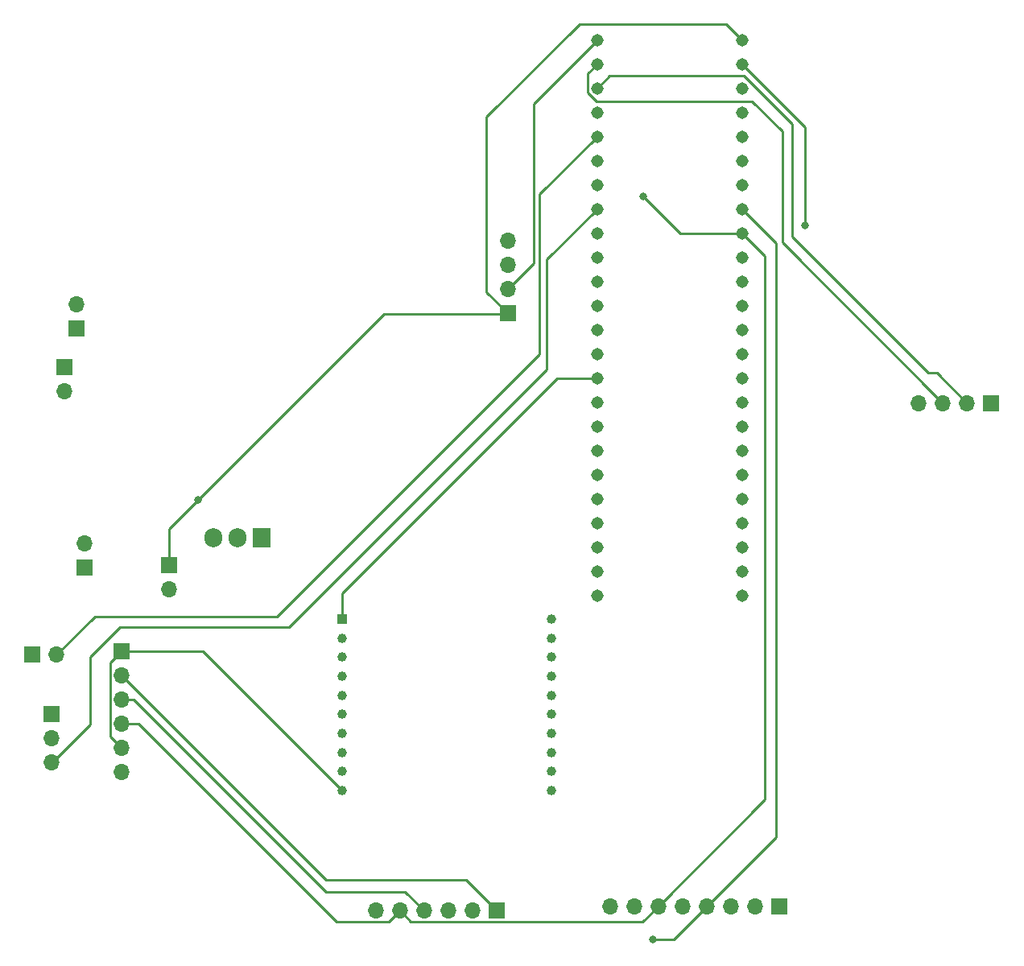
<source format=gbr>
%TF.GenerationSoftware,KiCad,Pcbnew,7.0.10*%
%TF.CreationDate,2024-03-10T23:32:19-04:00*%
%TF.ProjectId,MainPCB,4d61696e-5043-4422-9e6b-696361645f70,rev?*%
%TF.SameCoordinates,Original*%
%TF.FileFunction,Copper,L2,Bot*%
%TF.FilePolarity,Positive*%
%FSLAX46Y46*%
G04 Gerber Fmt 4.6, Leading zero omitted, Abs format (unit mm)*
G04 Created by KiCad (PCBNEW 7.0.10) date 2024-03-10 23:32:19*
%MOMM*%
%LPD*%
G01*
G04 APERTURE LIST*
%TA.AperFunction,ComponentPad*%
%ADD10R,1.700000X1.700000*%
%TD*%
%TA.AperFunction,ComponentPad*%
%ADD11O,1.700000X1.700000*%
%TD*%
%TA.AperFunction,ComponentPad*%
%ADD12C,1.308000*%
%TD*%
%TA.AperFunction,ComponentPad*%
%ADD13R,1.905000X2.000000*%
%TD*%
%TA.AperFunction,ComponentPad*%
%ADD14O,1.905000X2.000000*%
%TD*%
%TA.AperFunction,ComponentPad*%
%ADD15C,1.008000*%
%TD*%
%TA.AperFunction,ComponentPad*%
%ADD16R,1.008000X1.008000*%
%TD*%
%TA.AperFunction,ViaPad*%
%ADD17C,0.800000*%
%TD*%
%TA.AperFunction,Conductor*%
%ADD18C,0.250000*%
%TD*%
G04 APERTURE END LIST*
D10*
%TO.P,Buzzer1,1,Pin_1*%
%TO.N,Net-(Buzzer1-Pin_1)*%
X44960000Y-109750000D03*
D11*
%TO.P,Buzzer1,2,Pin_2*%
%TO.N,Net-(Buzzer1-Pin_2)*%
X47500000Y-109750000D03*
%TD*%
%TO.P,ASPD-4525,6,3V3*%
%TO.N,unconnected-(ASPD-4525-3V3-Pad6)*%
X54300000Y-122090000D03*
%TO.P,ASPD-4525,5,GND*%
%TO.N,GND*%
X54300000Y-119550000D03*
%TO.P,ASPD-4525,4,SDA*%
%TO.N,Net-(ASPD-4525-SDA)*%
X54300000Y-117010000D03*
%TO.P,ASPD-4525,3,SCL*%
%TO.N,Net-(ASPD-4525-SCL)*%
X54300000Y-114470000D03*
%TO.P,ASPD-4525,2,5V*%
%TO.N,+5V*%
X54300000Y-111930000D03*
D10*
%TO.P,ASPD-4525,1,GND*%
%TO.N,GND*%
X54300000Y-109390000D03*
%TD*%
D12*
%TO.P,TEENSY1,0,RX1*%
%TO.N,Net-(GPS6MV2-TX)*%
X104360000Y-47680000D03*
%TO.P,TEENSY1,1,TX1*%
%TO.N,Net-(GPS6MV2-RX)*%
X104360000Y-50220000D03*
%TO.P,TEENSY1,2,OUT2*%
%TO.N,Net-(TEENSY1-OUT2)*%
X104360000Y-52760000D03*
%TO.P,TEENSY1,3,LRCLK2*%
%TO.N,Net-(Buzzer1-Pin_2)*%
X104360000Y-55300000D03*
%TO.P,TEENSY1,3.3V_1,3.3V*%
%TO.N,Net-(GPS6MV2-Vcc)*%
X104360000Y-80700000D03*
%TO.P,TEENSY1,3.3V_2,3.3V*%
X119600000Y-50220000D03*
%TO.P,TEENSY1,4,BCLK2*%
%TO.N,unconnected-(TEENSY1-BCLK2-Pad4)*%
X104360000Y-57840000D03*
%TO.P,TEENSY1,5,IN2*%
%TO.N,unconnected-(TEENSY1-IN2-Pad5)*%
X104360000Y-60380000D03*
%TO.P,TEENSY1,6,OUT1D*%
%TO.N,Net-(Servo1-Pin_3)*%
X104360000Y-62920000D03*
%TO.P,TEENSY1,7,RX2*%
%TO.N,Net-(TEENSY1-RX2)*%
X104360000Y-65460000D03*
%TO.P,TEENSY1,8,TX2*%
%TO.N,Net-(TEENSY1-TX2)*%
X104360000Y-68000000D03*
%TO.P,TEENSY1,9,OUT1C*%
%TO.N,unconnected-(TEENSY1-OUT1C-Pad9)*%
X104360000Y-70540000D03*
%TO.P,TEENSY1,10,CS1*%
%TO.N,unconnected-(TEENSY1-CS1-Pad10)*%
X104360000Y-73080000D03*
%TO.P,TEENSY1,11,MOSI*%
%TO.N,unconnected-(TEENSY1-MOSI-Pad11)*%
X104360000Y-75620000D03*
%TO.P,TEENSY1,12,MISO*%
%TO.N,unconnected-(TEENSY1-MISO-Pad12)*%
X104360000Y-78160000D03*
%TO.P,TEENSY1,13,SCK*%
%TO.N,unconnected-(TEENSY1-SCK-Pad13)*%
X119600000Y-78160000D03*
%TO.P,TEENSY1,14,A0*%
%TO.N,unconnected-(TEENSY1-A0-Pad14)*%
X119600000Y-75620000D03*
%TO.P,TEENSY1,15,A1*%
%TO.N,unconnected-(TEENSY1-A1-Pad15)*%
X119600000Y-73080000D03*
%TO.P,TEENSY1,16,A2*%
%TO.N,unconnected-(TEENSY1-A2-Pad16)*%
X119600000Y-70540000D03*
%TO.P,TEENSY1,17,A3*%
%TO.N,unconnected-(TEENSY1-A3-Pad17)*%
X119600000Y-68000000D03*
%TO.P,TEENSY1,18,A4*%
%TO.N,Net-(ASPD-4525-SDA)*%
X119600000Y-65460000D03*
%TO.P,TEENSY1,19,A5*%
%TO.N,Net-(ASPD-4525-SCL)*%
X119600000Y-62920000D03*
%TO.P,TEENSY1,20,A6*%
%TO.N,unconnected-(TEENSY1-A6-Pad20)*%
X119600000Y-60380000D03*
%TO.P,TEENSY1,21,A7*%
%TO.N,unconnected-(TEENSY1-A7-Pad21)*%
X119600000Y-57840000D03*
%TO.P,TEENSY1,22,A8*%
%TO.N,unconnected-(TEENSY1-A8-Pad22)*%
X119600000Y-55300000D03*
%TO.P,TEENSY1,23,A9*%
%TO.N,unconnected-(TEENSY1-A9-Pad23)*%
X119600000Y-52760000D03*
%TO.P,TEENSY1,24,A10*%
%TO.N,unconnected-(TEENSY1-A10-Pad24)*%
X104360000Y-83240000D03*
%TO.P,TEENSY1,25,A11*%
%TO.N,unconnected-(TEENSY1-A11-Pad25)*%
X104360000Y-85780000D03*
%TO.P,TEENSY1,26,A12*%
%TO.N,unconnected-(TEENSY1-A12-Pad26)*%
X104360000Y-88320000D03*
%TO.P,TEENSY1,27,A13*%
%TO.N,unconnected-(TEENSY1-A13-Pad27)*%
X104360000Y-90860000D03*
%TO.P,TEENSY1,28,RX7*%
%TO.N,unconnected-(TEENSY1-RX7-Pad28)*%
X104360000Y-93400000D03*
%TO.P,TEENSY1,29,TX7*%
%TO.N,unconnected-(TEENSY1-TX7-Pad29)*%
X104360000Y-95940000D03*
%TO.P,TEENSY1,30,CRX3*%
%TO.N,unconnected-(TEENSY1-CRX3-Pad30)*%
X104360000Y-98480000D03*
%TO.P,TEENSY1,31,CTX3*%
%TO.N,unconnected-(TEENSY1-CTX3-Pad31)*%
X104360000Y-101020000D03*
%TO.P,TEENSY1,32,OUT1B*%
%TO.N,unconnected-(TEENSY1-OUT1B-Pad32)*%
X104360000Y-103560000D03*
%TO.P,TEENSY1,33,MCLK2*%
%TO.N,unconnected-(TEENSY1-MCLK2-Pad33)*%
X119600000Y-103560000D03*
%TO.P,TEENSY1,34,RX8*%
%TO.N,unconnected-(TEENSY1-RX8-Pad34)*%
X119600000Y-101020000D03*
%TO.P,TEENSY1,35,TX8*%
%TO.N,unconnected-(TEENSY1-TX8-Pad35)*%
X119600000Y-98480000D03*
%TO.P,TEENSY1,36,CS2*%
%TO.N,unconnected-(TEENSY1-CS2-Pad36)*%
X119600000Y-95940000D03*
%TO.P,TEENSY1,37,CS3*%
%TO.N,unconnected-(TEENSY1-CS3-Pad37)*%
X119600000Y-93400000D03*
%TO.P,TEENSY1,38,A14*%
%TO.N,unconnected-(TEENSY1-A14-Pad38)*%
X119600000Y-90860000D03*
%TO.P,TEENSY1,39,A15*%
%TO.N,unconnected-(TEENSY1-A15-Pad39)*%
X119600000Y-88320000D03*
%TO.P,TEENSY1,40,A16*%
%TO.N,unconnected-(TEENSY1-A16-Pad40)*%
X119600000Y-85780000D03*
%TO.P,TEENSY1,41,A17*%
%TO.N,unconnected-(TEENSY1-A17-Pad41)*%
X119600000Y-83240000D03*
%TO.P,TEENSY1,GND1,GND*%
%TO.N,GND*%
X104360000Y-45140000D03*
%TO.P,TEENSY1,GND2,GND*%
X119600000Y-80700000D03*
%TO.P,TEENSY1,GND3,GND*%
X119600000Y-47680000D03*
%TO.P,TEENSY1,VIN,VIN*%
%TO.N,+5V*%
X119600000Y-45140000D03*
%TD*%
D11*
%TO.P,Solenoid1,2,Pin_2*%
%TO.N,Net-(Q1-D)*%
X59309000Y-102870000D03*
D10*
%TO.P,Solenoid1,1,Pin_1*%
%TO.N,+5V*%
X59309000Y-100330000D03*
%TD*%
%TO.P,GPS6MV2,1,Vcc*%
%TO.N,Net-(GPS6MV2-Vcc)*%
X145810000Y-83325000D03*
D11*
%TO.P,GPS6MV2,2,RX*%
%TO.N,Net-(GPS6MV2-RX)*%
X143270000Y-83325000D03*
%TO.P,GPS6MV2,3,TX*%
%TO.N,Net-(GPS6MV2-TX)*%
X140730000Y-83325000D03*
%TO.P,GPS6MV2,4,GND*%
%TO.N,GND*%
X138190000Y-83325000D03*
%TD*%
D10*
%TO.P,Servo1,1,Pin_1*%
%TO.N,+5V*%
X47000000Y-116010000D03*
D11*
%TO.P,Servo1,2,Pin_2*%
%TO.N,GND*%
X47000000Y-118550000D03*
%TO.P,Servo1,3,Pin_3*%
%TO.N,Net-(Servo1-Pin_3)*%
X47000000Y-121090000D03*
%TD*%
D10*
%TO.P,BMP390,1,VIN*%
%TO.N,+5V*%
X123490000Y-136220000D03*
D11*
%TO.P,BMP390,2,3Vo*%
%TO.N,unconnected-(BMP390-3Vo-Pad2)*%
X120950000Y-136220000D03*
%TO.P,BMP390,3,GND*%
%TO.N,GND*%
X118410000Y-136220000D03*
%TO.P,BMP390,4,SCL*%
%TO.N,Net-(ASPD-4525-SCL)*%
X115870000Y-136220000D03*
%TO.P,BMP390,5,SDO*%
%TO.N,unconnected-(BMP390-SDO-Pad5)*%
X113330000Y-136220000D03*
%TO.P,BMP390,6,SDA*%
%TO.N,Net-(ASPD-4525-SDA)*%
X110790000Y-136220000D03*
%TO.P,BMP390,7,CS*%
%TO.N,unconnected-(BMP390-CS-Pad7)*%
X108250000Y-136220000D03*
%TO.P,BMP390,8,INT*%
%TO.N,unconnected-(BMP390-INT-Pad8)*%
X105710000Y-136220000D03*
%TD*%
D10*
%TO.P,LSM6DSOX+LIS3MDL1,1,Vin*%
%TO.N,+5V*%
X93750000Y-136700000D03*
D11*
%TO.P,LSM6DSOX+LIS3MDL1,2,3vo*%
%TO.N,unconnected-(LSM6DSOX+LIS3MDL1-3vo-Pad2)*%
X91210000Y-136700000D03*
%TO.P,LSM6DSOX+LIS3MDL1,3,GND*%
%TO.N,GND*%
X88670000Y-136700000D03*
%TO.P,LSM6DSOX+LIS3MDL1,4,SCL*%
%TO.N,Net-(ASPD-4525-SCL)*%
X86130000Y-136700000D03*
%TO.P,LSM6DSOX+LIS3MDL1,5,SDA*%
%TO.N,Net-(ASPD-4525-SDA)*%
X83590000Y-136700000D03*
%TO.P,LSM6DSOX+LIS3MDL1,6,INT2*%
%TO.N,unconnected-(LSM6DSOX+LIS3MDL1-INT2-Pad6)*%
X81050000Y-136700000D03*
%TD*%
D13*
%TO.P,Q1,1,D*%
%TO.N,Net-(Q1-D)*%
X69100000Y-97450000D03*
D14*
%TO.P,Q1,2,G*%
%TO.N,Net-(Q1-G)*%
X66560000Y-97450000D03*
%TO.P,Q1,3,S*%
%TO.N,GND*%
X64020000Y-97450000D03*
%TD*%
D15*
%TO.P,XBEE1,20,20*%
%TO.N,unconnected-(XBEE1-Pad20)*%
X99500000Y-106050000D03*
%TO.P,XBEE1,19,19*%
%TO.N,unconnected-(XBEE1-Pad19)*%
X99500000Y-108050000D03*
%TO.P,XBEE1,18,18*%
%TO.N,unconnected-(XBEE1-Pad18)*%
X99500000Y-110050000D03*
%TO.P,XBEE1,17,17*%
%TO.N,unconnected-(XBEE1-Pad17)*%
X99500000Y-112050000D03*
%TO.P,XBEE1,16,16*%
%TO.N,unconnected-(XBEE1-Pad16)*%
X99500000Y-114050000D03*
%TO.P,XBEE1,15,15*%
%TO.N,unconnected-(XBEE1-Pad15)*%
X99500000Y-116050000D03*
%TO.P,XBEE1,14,14*%
%TO.N,unconnected-(XBEE1-Pad14)*%
X99500000Y-118050000D03*
%TO.P,XBEE1,13,13*%
%TO.N,unconnected-(XBEE1-Pad13)*%
X99500000Y-120050000D03*
%TO.P,XBEE1,12,12*%
%TO.N,unconnected-(XBEE1-Pad12)*%
X99500000Y-122050000D03*
%TO.P,XBEE1,11,11*%
%TO.N,unconnected-(XBEE1-Pad11)*%
X99500000Y-124050000D03*
%TO.P,XBEE1,10,10*%
%TO.N,GND*%
X77500000Y-124050000D03*
%TO.P,XBEE1,9,9*%
%TO.N,unconnected-(XBEE1-Pad9)*%
X77500000Y-122050000D03*
%TO.P,XBEE1,8,8*%
%TO.N,unconnected-(XBEE1-Pad8)*%
X77500000Y-120050000D03*
%TO.P,XBEE1,7,7*%
%TO.N,unconnected-(XBEE1-Pad7)*%
X77500000Y-118050000D03*
%TO.P,XBEE1,6,6*%
%TO.N,Net-(GPS6MV2-Vcc)*%
X77500000Y-116050000D03*
%TO.P,XBEE1,5,5*%
%TO.N,unconnected-(XBEE1-Pad5)*%
X77500000Y-114050000D03*
%TO.P,XBEE1,4,4*%
%TO.N,unconnected-(XBEE1-Pad4)*%
X77500000Y-112050000D03*
%TO.P,XBEE1,3,3*%
%TO.N,Net-(TEENSY1-TX2)*%
X77500000Y-110050000D03*
%TO.P,XBEE1,2,2*%
%TO.N,Net-(TEENSY1-RX2)*%
X77500000Y-108050000D03*
D16*
%TO.P,XBEE1,1,1*%
%TO.N,Net-(GPS6MV2-Vcc)*%
X77500000Y-106050000D03*
%TD*%
D10*
%TO.P,SW1,1*%
%TO.N,Net-(Power1-Pin_1)*%
X48285000Y-79522000D03*
D11*
%TO.P,SW1,2*%
%TO.N,Net-(U1-EN)*%
X48285000Y-82062000D03*
%TD*%
D10*
%TO.P,D1,1,K*%
%TO.N,GND*%
X50450000Y-100600000D03*
D11*
%TO.P,D1,2,A*%
%TO.N,Net-(D1-A)*%
X50450000Y-98060000D03*
%TD*%
D10*
%TO.P,Power1,1,Pin_1*%
%TO.N,Net-(Power1-Pin_1)*%
X49555000Y-75458000D03*
D11*
%TO.P,Power1,2,Pin_2*%
%TO.N,GND*%
X49555000Y-72918000D03*
%TD*%
D10*
%TO.P,SEN291,1,Vcc*%
%TO.N,+5V*%
X94932500Y-73880500D03*
D11*
%TO.P,SEN291,2,GND*%
%TO.N,GND*%
X94932500Y-71340500D03*
%TO.P,SEN291,3,SCL*%
%TO.N,Net-(ASPD-4525-SCL)*%
X94932500Y-68800500D03*
%TO.P,SEN291,4,SDA*%
%TO.N,Net-(ASPD-4525-SDA)*%
X94932500Y-66260500D03*
%TD*%
D17*
%TO.N,+5V*%
X62357000Y-93472000D03*
%TO.N,Net-(ASPD-4525-SCL)*%
X110250000Y-139700000D03*
%TO.N,Net-(ASPD-4525-SDA)*%
X109220000Y-61595000D03*
%TO.N,GND*%
X126238000Y-64643000D03*
%TD*%
D18*
%TO.N,+5V*%
X59309000Y-96520000D02*
X62357000Y-93472000D01*
X59309000Y-100330000D02*
X59309000Y-96520000D01*
%TO.N,Net-(Buzzer1-Pin_2)*%
X98298000Y-61362000D02*
X104360000Y-55300000D01*
X70700000Y-105750000D02*
X98298000Y-78152000D01*
X51500000Y-105750000D02*
X70700000Y-105750000D01*
X98298000Y-78152000D02*
X98298000Y-61362000D01*
X47500000Y-109750000D02*
X51500000Y-105750000D01*
%TO.N,Net-(Servo1-Pin_3)*%
X51050000Y-117098000D02*
X47058000Y-121090000D01*
X54136000Y-106900000D02*
X51050000Y-109986000D01*
X51050000Y-109986000D02*
X51050000Y-117098000D01*
X71950000Y-106900000D02*
X54136000Y-106900000D01*
X99060000Y-79790000D02*
X71950000Y-106900000D01*
X47058000Y-121090000D02*
X47000000Y-121090000D01*
X104360000Y-62920000D02*
X99060000Y-68220000D01*
X99060000Y-68220000D02*
X99060000Y-79790000D01*
%TO.N,+5V*%
X92710000Y-71658000D02*
X94932500Y-73880500D01*
X92710000Y-53213000D02*
X92710000Y-71658000D01*
X102489000Y-43434000D02*
X92710000Y-53213000D01*
X117894000Y-43434000D02*
X102489000Y-43434000D01*
X119600000Y-45140000D02*
X117894000Y-43434000D01*
%TO.N,Net-(GPS6MV2-RX)*%
X105680000Y-48900000D02*
X104360000Y-50220000D01*
X119766000Y-48900000D02*
X105680000Y-48900000D01*
X124841000Y-53975000D02*
X119766000Y-48900000D01*
X140082000Y-80137000D02*
X139192000Y-80137000D01*
X139192000Y-80137000D02*
X124841000Y-65786000D01*
X143270000Y-83325000D02*
X140082000Y-80137000D01*
X124841000Y-65786000D02*
X124841000Y-53975000D01*
%TO.N,GND*%
X126238000Y-54318000D02*
X119600000Y-47680000D01*
X126238000Y-64643000D02*
X126238000Y-54318000D01*
%TO.N,+5V*%
X94899000Y-73914000D02*
X81915000Y-73914000D01*
X94932500Y-73880500D02*
X94899000Y-73914000D01*
X81915000Y-73914000D02*
X62357000Y-93472000D01*
%TO.N,Net-(ASPD-4525-SCL)*%
X86130000Y-136700000D02*
X84130000Y-134700000D01*
X110250000Y-139700000D02*
X112390000Y-139700000D01*
X115870000Y-136220000D02*
X123150000Y-128940000D01*
X112390000Y-139700000D02*
X115870000Y-136220000D01*
X123150000Y-66470000D02*
X119600000Y-62920000D01*
X55570000Y-114470000D02*
X54300000Y-114470000D01*
X123150000Y-128940000D02*
X123150000Y-66470000D01*
X84130000Y-134700000D02*
X75800000Y-134700000D01*
X75800000Y-134700000D02*
X55570000Y-114470000D01*
%TO.N,Net-(ASPD-4525-SDA)*%
X83590000Y-136700000D02*
X84765000Y-137875000D01*
X109135000Y-137875000D02*
X110790000Y-136220000D01*
X109220000Y-61595000D02*
X113085000Y-65460000D01*
X82415000Y-137875000D02*
X83590000Y-136700000D01*
X113085000Y-65460000D02*
X119600000Y-65460000D01*
X122000000Y-67860000D02*
X119600000Y-65460000D01*
X56110000Y-117010000D02*
X76975000Y-137875000D01*
X84765000Y-137875000D02*
X109135000Y-137875000D01*
X54300000Y-117010000D02*
X56110000Y-117010000D01*
X122000000Y-125010000D02*
X122000000Y-67860000D01*
X76975000Y-137875000D02*
X82415000Y-137875000D01*
X110790000Y-136220000D02*
X122000000Y-125010000D01*
%TO.N,Net-(GPS6MV2-RX)*%
X143270000Y-83325000D02*
X142634000Y-83325000D01*
%TO.N,Net-(GPS6MV2-TX)*%
X123825000Y-54737000D02*
X120638000Y-51550000D01*
X140730000Y-83325000D02*
X123825000Y-66420000D01*
X103381000Y-50625516D02*
X103381000Y-48659000D01*
X104305484Y-51550000D02*
X103381000Y-50625516D01*
X123825000Y-66420000D02*
X123825000Y-54737000D01*
X120638000Y-51550000D02*
X104305484Y-51550000D01*
X103381000Y-48659000D02*
X104360000Y-47680000D01*
%TO.N,Net-(GPS6MV2-Vcc)*%
X100148000Y-80700000D02*
X104360000Y-80700000D01*
X77500000Y-106050000D02*
X77500000Y-103348000D01*
X77500000Y-103348000D02*
X100148000Y-80700000D01*
%TO.N,+5V*%
X90550000Y-133500000D02*
X93750000Y-136700000D01*
X75870000Y-133500000D02*
X90550000Y-133500000D01*
X54300000Y-111930000D02*
X75870000Y-133500000D01*
%TO.N,GND*%
X97663000Y-68610000D02*
X97663000Y-51837000D01*
X62840000Y-109390000D02*
X77500000Y-124050000D01*
X53125000Y-118375000D02*
X53125000Y-110565000D01*
X54300000Y-109390000D02*
X62840000Y-109390000D01*
X94932500Y-71340500D02*
X97663000Y-68610000D01*
X54300000Y-119550000D02*
X53125000Y-118375000D01*
X97663000Y-51837000D02*
X104360000Y-45140000D01*
X53125000Y-110565000D02*
X54300000Y-109390000D01*
%TD*%
M02*

</source>
